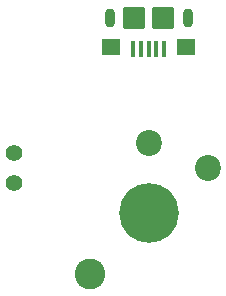
<source format=gbs>
G04 #@! TF.GenerationSoftware,KiCad,Pcbnew,8.0.1*
G04 #@! TF.CreationDate,2024-11-04T22:09:55+13:00*
G04 #@! TF.ProjectId,morse_code_keyboard,6d6f7273-655f-4636-9f64-655f6b657962,rev?*
G04 #@! TF.SameCoordinates,Original*
G04 #@! TF.FileFunction,Soldermask,Bot*
G04 #@! TF.FilePolarity,Negative*
%FSLAX46Y46*%
G04 Gerber Fmt 4.6, Leading zero omitted, Abs format (unit mm)*
G04 Created by KiCad (PCBNEW 8.0.1) date 2024-11-04 22:09:55*
%MOMM*%
%LPD*%
G01*
G04 APERTURE LIST*
G04 Aperture macros list*
%AMRoundRect*
0 Rectangle with rounded corners*
0 $1 Rounding radius*
0 $2 $3 $4 $5 $6 $7 $8 $9 X,Y pos of 4 corners*
0 Add a 4 corners polygon primitive as box body*
4,1,4,$2,$3,$4,$5,$6,$7,$8,$9,$2,$3,0*
0 Add four circle primitives for the rounded corners*
1,1,$1+$1,$2,$3*
1,1,$1+$1,$4,$5*
1,1,$1+$1,$6,$7*
1,1,$1+$1,$8,$9*
0 Add four rect primitives between the rounded corners*
20,1,$1+$1,$2,$3,$4,$5,0*
20,1,$1+$1,$4,$5,$6,$7,0*
20,1,$1+$1,$6,$7,$8,$9,0*
20,1,$1+$1,$8,$9,$2,$3,0*%
G04 Aperture macros list end*
%ADD10C,2.200000*%
%ADD11C,5.050000*%
%ADD12C,2.600000*%
%ADD13C,1.400000*%
%ADD14RoundRect,0.100000X-0.100000X-0.575000X0.100000X-0.575000X0.100000X0.575000X-0.100000X0.575000X0*%
%ADD15O,0.900000X1.600000*%
%ADD16RoundRect,0.250000X-0.550000X-0.450000X0.550000X-0.450000X0.550000X0.450000X-0.550000X0.450000X0*%
%ADD17RoundRect,0.250000X-0.700000X-0.700000X0.700000X-0.700000X0.700000X0.700000X-0.700000X0.700000X0*%
G04 APERTURE END LIST*
D10*
X140970000Y-79190000D03*
X145970000Y-81290000D03*
D11*
X140970000Y-85090000D03*
D12*
X135970000Y-90240000D03*
D13*
X129540000Y-80010000D03*
X129540000Y-82550000D03*
D14*
X139670000Y-71255000D03*
X140320000Y-71255000D03*
X140970000Y-71255000D03*
X141620000Y-71255000D03*
X142270000Y-71255000D03*
D15*
X137670000Y-68580000D03*
D16*
X137770000Y-71030000D03*
D17*
X139770000Y-68580000D03*
X142170000Y-68580000D03*
D16*
X144170000Y-71030000D03*
D15*
X144270000Y-68580000D03*
M02*

</source>
